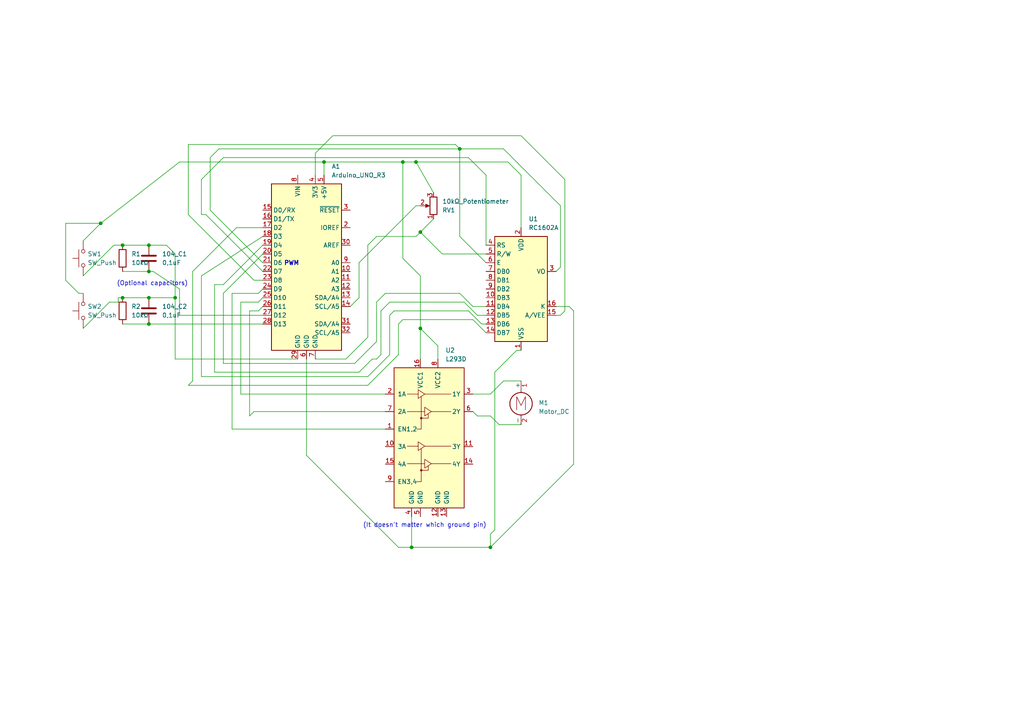
<source format=kicad_sch>
(kicad_sch (version 20231120) (generator "eeschema") (generator_version "8.0")
  (paper "A4")
  (lib_symbols
    (symbol "Device:C" (pin_numbers hide) (pin_names (offset 0.254))
      (property "Reference" "C" (at 0.635 2.54 0))
      (property "Value" "C" (at 0.635 -2.54 0))
      (symbol "C_0_1"
        (polyline (pts (xy -2.032 -0.762) (xy 2.032 -0.762)) (stroke (width 0.508)))
        (polyline (pts (xy -2.032 0.762) (xy 2.032 0.762)) (stroke (width 0.508)))
      )
      (symbol "C_1_1"
        (pin passive line (at 0 3.81 270) (length 2.794) (name "~") (number "1"))
        (pin passive line (at 0 -3.81 90) (length 2.794) (name "~") (number "2"))
      )
    )
    (symbol "Device:R" (pin_numbers hide) (pin_names (offset 0))
      (property "Reference" "R" (at 2.032 0 90))
      (property "Value" "R" (at 0 0 90))
      (symbol "R_0_1"
        (rectangle (start -1.016 -2.54) (end 1.016 2.54) (stroke (width 0.254)))
      )
      (symbol "R_1_1"
        (pin passive line (at 0 3.81 270) (length 1.27) (name "~") (number "1"))
        (pin passive line (at 0 -3.81 90) (length 1.27) (name "~") (number "2"))
      )
    )
    (symbol "Device:R_Potentiometer" (pin_names (offset 1.016) hide)
      (property "Reference" "RV" (at -4.445 0 90))
      (property "Value" "R_Potentiometer" (at -2.54 0 90))
      (symbol "R_Potentiometer_0_1"
        (polyline (pts (xy 2.54 0) (xy 1.524 0)))
        (polyline (pts (xy 1.143 0) (xy 2.286 0.508) (xy 2.286 -0.508) (xy 1.143 0)) (fill (type outline)))
        (rectangle (start 1.016 2.54) (end -1.016 -2.54) (stroke (width 0.254)))
      )
      (symbol "R_Potentiometer_1_1"
        (pin passive line (at 0 3.81 270) (length 1.27) (name "1") (number "1"))
        (pin passive line (at 3.81 0 180) (length 1.27) (name "2") (number "2"))
        (pin passive line (at 0 -3.81 90) (length 1.27) (name "3") (number "3"))
      )
    )
    (symbol "Display_Character:RC1602A"
      (property "Reference" "U" (at -6.35 16.51 0))
      (property "Value" "RC1602A" (at 2.794 16.51 0))
      (symbol "RC1602A_0_1"
        (rectangle (start -7.62 15.24) (end 7.62 -15.24) (stroke (width 0.254)) (fill (type background)))
      )
      (symbol "RC1602A_1_1"
        (pin power_in line (at 0 -17.78 90) (length 2.54) (name "VSS") (number "1"))
        (pin bidirectional line (at -10.16 -2.54 0) (length 2.54) (name "DB3") (number "10"))
        (pin bidirectional line (at -10.16 -5.08 0) (length 2.54) (name "DB4") (number "11"))
        (pin bidirectional line (at -10.16 -7.62 0) (length 2.54) (name "DB5") (number "12"))
        (pin bidirectional line (at -10.16 -10.16 0) (length 2.54) (name "DB6") (number "13"))
        (pin bidirectional line (at -10.16 -12.7 0) (length 2.54) (name "DB7") (number "14"))
        (pin power_in line (at 10.16 -7.62 180) (length 2.54) (name "A/VEE") (number "15"))
        (pin power_in line (at 10.16 -5.08 180) (length 2.54) (name "K") (number "16"))
        (pin power_in line (at 0 17.78 270) (length 2.54) (name "VDD") (number "2"))
        (pin power_in line (at 10.16 5.08 180) (length 2.54) (name "VO") (number "3"))
        (pin input line (at -10.16 12.7 0) (length 2.54) (name "RS") (number "4"))
        (pin input line (at -10.16 10.16 0) (length 2.54) (name "R/W") (number "5"))
        (pin input line (at -10.16 7.62 0) (length 2.54) (name "E") (number "6"))
        (pin bidirectional line (at -10.16 5.08 0) (length 2.54) (name "DB0") (number "7"))
        (pin bidirectional line (at -10.16 2.54 0) (length 2.54) (name "DB1") (number "8"))
        (pin bidirectional line (at -10.16 0 0) (length 2.54) (name "DB2") (number "9"))
      )
    )
    (symbol "Driver_Motor:L293D" (pin_names (offset 1.016))
      (property "Reference" "U" (at -5.08 26.035 0))
      (property "Value" "L293D" (at -5.08 24.13 0))
      (symbol "L293D_0_1"
        (rectangle (start -10.16 22.86) (end 10.16 -17.78) (stroke (width 0.254)) (fill (type background)))
        (circle (center -2.286 -6.858) (radius 0.254) (fill (type outline)))
        (circle (center -2.286 8.255) (radius 0.254) (fill (type outline)))
        (polyline (pts (xy -6.35 -4.953) (xy -1.27 -4.953)))
        (polyline (pts (xy -6.35 0.127) (xy -3.175 0.127)))
        (polyline (pts (xy -6.35 10.16) (xy -1.27 10.16)))
        (polyline (pts (xy -6.35 15.24) (xy -3.175 15.24)))
        (polyline (pts (xy -1.27 0.127) (xy 6.35 0.127)))
        (polyline (pts (xy -1.27 15.24) (xy 6.35 15.24)))
        (polyline (pts (xy 0.635 -4.953) (xy 6.35 -4.953)))
        (polyline (pts (xy 0.635 10.16) (xy 6.35 10.16)))
        (polyline (pts (xy -2.286 -6.858) (xy -0.254 -6.858) (xy -0.254 -5.588)))
        (polyline (pts (xy -2.286 -0.635) (xy -2.286 -10.16) (xy -3.556 -10.16)))
        (polyline (pts (xy -2.286 8.255) (xy -0.254 8.255) (xy -0.254 9.525)))
        (polyline (pts (xy -2.286 14.478) (xy -2.286 5.08) (xy -3.556 5.08)))
        (polyline (pts (xy -3.175 1.397) (xy -3.175 -1.143) (xy -1.27 0.127) (xy -3.175 1.397)))
        (polyline (pts (xy -3.175 16.51) (xy -3.175 13.97) (xy -1.27 15.24) (xy -3.175 16.51)))
        (polyline (pts (xy -1.27 -3.683) (xy -1.27 -6.223) (xy 0.635 -4.953) (xy -1.27 -3.683)))
        (polyline (pts (xy -1.27 11.43) (xy -1.27 8.89) (xy 0.635 10.16) (xy -1.27 11.43)))
      )
      (symbol "L293D_1_1"
        (pin input line (at -12.7 5.08 0) (length 2.54) (name "EN1,2") (number "1"))
        (pin input line (at -12.7 0 0) (length 2.54) (name "3A") (number "10"))
        (pin output line (at 12.7 0 180) (length 2.54) (name "3Y") (number "11"))
        (pin power_in line (at 2.54 -20.32 90) (length 2.54) (name "GND") (number "12"))
        (pin power_in line (at 5.08 -20.32 90) (length 2.54) (name "GND") (number "13"))
        (pin output line (at 12.7 -5.08 180) (length 2.54) (name "4Y") (number "14"))
        (pin input line (at -12.7 -5.08 0) (length 2.54) (name "4A") (number "15"))
        (pin power_in line (at -2.54 25.4 270) (length 2.54) (name "VCC1") (number "16"))
        (pin input line (at -12.7 15.24 0) (length 2.54) (name "1A") (number "2"))
        (pin output line (at 12.7 15.24 180) (length 2.54) (name "1Y") (number "3"))
        (pin power_in line (at -5.08 -20.32 90) (length 2.54) (name "GND") (number "4"))
        (pin power_in line (at -2.54 -20.32 90) (length 2.54) (name "GND") (number "5"))
        (pin output line (at 12.7 10.16 180) (length 2.54) (name "2Y") (number "6"))
        (pin input line (at -12.7 10.16 0) (length 2.54) (name "2A") (number "7"))
        (pin power_in line (at 2.54 25.4 270) (length 2.54) (name "VCC2") (number "8"))
        (pin input line (at -12.7 -10.16 0) (length 2.54) (name "EN3,4") (number "9"))
      )
    )
    (symbol "MCU_Module:Arduino_UNO_R3"
      (property "Reference" "A" (at -10.16 23.495 0))
      (property "Value" "Arduino_UNO_R3" (at 5.08 -26.67 0))
      (symbol "Arduino_UNO_R3_0_1"
        (rectangle (start -10.16 22.86) (end 10.16 -25.4) (stroke (width 0.254)) (fill (type background)))
      )
      (symbol "Arduino_UNO_R3_1_1"
        (pin no_connect line (at -10.16 -20.32 0) (length 2.54) hide (name "NC") (number "1"))
        (pin bidirectional line (at 12.7 -2.54 180) (length 2.54) (name "A1") (number "10"))
        (pin bidirectional line (at 12.7 -5.08 180) (length 2.54) (name "A2") (number "11"))
        (pin bidirectional line (at 12.7 -7.62 180) (length 2.54) (name "A3") (number "12"))
        (pin bidirectional line (at 12.7 -10.16 180) (length 2.54) (name "SDA/A4") (number "13"))
        (pin bidirectional line (at 12.7 -12.7 180) (length 2.54) (name "SCL/A5") (number "14"))
        (pin bidirectional line (at -12.7 15.24 0) (length 2.54) (name "D0/RX") (number "15"))
        (pin bidirectional line (at -12.7 12.7 0) (length 2.54) (name "D1/TX") (number "16"))
        (pin bidirectional line (at -12.7 10.16 0) (length 2.54) (name "D2") (number "17"))
        (pin bidirectional line (at -12.7 7.62 0) (length 2.54) (name "D3") (number "18"))
        (pin bidirectional line (at -12.7 5.08 0) (length 2.54) (name "D4") (number "19"))
        (pin output line (at 12.7 10.16 180) (length 2.54) (name "IOREF") (number "2"))
        (pin bidirectional line (at -12.7 2.54 0) (length 2.54) (name "D5") (number "20"))
        (pin bidirectional line (at -12.7 0 0) (length 2.54) (name "D6") (number "21"))
        (pin bidirectional line (at -12.7 -2.54 0) (length 2.54) (name "D7") (number "22"))
        (pin bidirectional line (at -12.7 -5.08 0) (length 2.54) (name "D8") (number "23"))
        (pin bidirectional line (at -12.7 -7.62 0) (length 2.54) (name "D9") (number "24"))
        (pin bidirectional line (at -12.7 -10.16 0) (length 2.54) (name "D10") (number "25"))
        (pin bidirectional line (at -12.7 -12.7 0) (length 2.54) (name "D11") (number "26"))
        (pin bidirectional line (at -12.7 -15.24 0) (length 2.54) (name "D12") (number "27"))
        (pin bidirectional line (at -12.7 -17.78 0) (length 2.54) (name "D13") (number "28"))
        (pin power_in line (at -2.54 -27.94 90) (length 2.54) (name "GND") (number "29"))
        (pin input line (at 12.7 15.24 180) (length 2.54) (name "~{RESET}") (number "3"))
        (pin input line (at 12.7 5.08 180) (length 2.54) (name "AREF") (number "30"))
        (pin bidirectional line (at 12.7 -17.78 180) (length 2.54) (name "SDA/A4") (number "31"))
        (pin bidirectional line (at 12.7 -20.32 180) (length 2.54) (name "SCL/A5") (number "32"))
        (pin power_out line (at 2.54 25.4 270) (length 2.54) (name "3V3") (number "4"))
        (pin power_out line (at 5.08 25.4 270) (length 2.54) (name "+5V") (number "5"))
        (pin power_in line (at 0 -27.94 90) (length 2.54) (name "GND") (number "6"))
        (pin power_in line (at 2.54 -27.94 90) (length 2.54) (name "GND") (number "7"))
        (pin power_in line (at -2.54 25.4 270) (length 2.54) (name "VIN") (number "8"))
        (pin bidirectional line (at 12.7 0 180) (length 2.54) (name "A0") (number "9"))
      )
    )
    (symbol "Motor:Motor_DC" (pin_names (offset 0))
      (property "Reference" "M" (at 2.54 2.54 0))
      (property "Value" "Motor_DC" (at 2.54 -5.08 0))
      (symbol "Motor_DC_0_0"
        (polyline (pts (xy -1.27 -3.302) (xy -1.27 0.508) (xy 0 -2.032) (xy 1.27 0.508) (xy 1.27 -3.302)))
      )
      (symbol "Motor_DC_0_1"
        (circle (center 0 -1.524) (radius 3.2512) (stroke (width 0.254)))
        (polyline (pts (xy 0 -7.62) (xy 0 -7.112)))
        (polyline (pts (xy 0 -4.7752) (xy 0 -5.1816)))
        (polyline (pts (xy 0 1.7272) (xy 0 2.0828)))
        (polyline (pts (xy 0 2.032) (xy 0 2.54)))
      )
      (symbol "Motor_DC_1_1"
        (pin passive line (at 0 5.08 270) (length 2.54) (name "+") (number "1"))
        (pin passive line (at 0 -7.62 90) (length 2.54) (name "-") (number "2"))
      )
    )
    (symbol "Switch:SW_Push" (pin_numbers hide) (pin_names (offset 1.016) hide)
      (property "Reference" "SW" (at 1.27 2.54 0))
      (property "Value" "SW_Push" (at 0 -1.524 0))
      (symbol "SW_Push_0_1"
        (circle (center -2.032 0) (radius 0.508))
        (polyline (pts (xy 0 1.27) (xy 0 3.048)))
        (polyline (pts (xy 2.54 1.27) (xy -2.54 1.27)))
        (circle (center 2.032 0) (radius 0.508))
        (pin passive line (at -5.08 0 0) (length 2.54) (name "1") (number "1"))
        (pin passive line (at 5.08 0 180) (length 2.54) (name "2") (number "2"))
      )
    )
  )
  (junction (at 121.92 95.25))
  (junction (at 29.21 64.77))
  (junction (at 142.24 158.75))
  (junction (at 133.35 43.18))
  (junction (at 43.18 93.98))
  (junction (at 116.84 46.99))
  (junction (at 43.18 86.36))
  (junction (at 35.56 71.12))
  (junction (at 119.38 158.75))
  (junction (at 120.65 46.99))
  (junction (at 35.56 86.36))
  (junction (at 121.92 67.31))
  (junction (at 43.18 71.12))
  (junction (at 50.8 86.36))
  (junction (at 43.18 78.74))
  (junction (at 93.98 46.99))
  (wire (pts (xy 133.35 43.18) (xy 146.05 43.18)))
  (wire (pts (xy 31.75 87.63) (xy 34.29 87.63)))
  (wire (pts (xy 19.05 64.77) (xy 29.21 64.77)))
  (wire (pts (xy 144.78 123.19) (xy 142.24 120.65)))
  (wire (pts (xy 138.43 120.65) (xy 137.16 119.38)))
  (wire (pts (xy 120.65 59.69) (xy 104.14 76.2)))
  (wire (pts (xy 142.24 154.94) (xy 142.24 158.75)))
  (wire (pts (xy 133.35 43.18) (xy 133.35 68.58)))
  (wire (pts (xy 104.14 86.36) (xy 101.6 88.9)))
  (wire (pts (xy 67.31 85.09) (xy 67.31 124.46)))
  (wire (pts (xy 109.22 104.14) (xy 107.95 104.14)))
  (wire (pts (xy 58.42 109.22) (xy 106.68 109.22)))
  (wire (pts (xy 139.7 93.98) (xy 135.89 90.17)))
  (wire (pts (xy 116.84 46.99) (xy 116.84 74.93)))
  (wire (pts (xy 106.68 111.76) (xy 115.57 102.87)))
  (wire (pts (xy 43.18 93.98) (xy 76.2 93.98)))
  (wire (pts (xy 62.23 82.55) (xy 62.23 107.95)))
  (wire (pts (xy 93.98 46.99) (xy 116.84 46.99)))
  (wire (pts (xy 120.65 68.58) (xy 121.92 67.31)))
  (wire (pts (xy 64.77 85.09) (xy 76.2 73.66)))
  (wire (pts (xy 58.42 80.01) (xy 76.2 68.58)))
  (wire (pts (xy 109.22 99.06) (xy 102.87 105.41)))
  (wire (pts (xy 133.35 68.58) (xy 140.97 76.2)))
  (wire (pts (xy 163.83 52.07) (xy 151.13 39.37)))
  (wire (pts (xy 120.65 46.99) (xy 147.32 46.99)))
  (wire (pts (xy 52.07 46.99) (xy 29.21 64.77)))
  (wire (pts (xy 76.2 76.2) (xy 60.96 60.96)))
  (wire (pts (xy 109.22 87.63) (xy 109.22 99.06)))
  (wire (pts (xy 74.93 90.17) (xy 76.2 88.9)))
  (wire (pts (xy 52.07 91.44) (xy 76.2 91.44)))
  (wire (pts (xy 121.92 104.14) (xy 121.92 95.25)))
  (wire (pts (xy 68.58 66.04) (xy 55.88 78.74)))
  (wire (pts (xy 104.14 76.2) (xy 104.14 86.36)))
  (wire (pts (xy 106.68 97.79) (xy 106.68 71.12)))
  (wire (pts (xy 74.93 85.09) (xy 76.2 83.82)))
  (wire (pts (xy 43.18 71.12) (xy 48.26 71.12)))
  (wire (pts (xy 161.29 88.9) (xy 165.1 88.9)))
  (wire (pts (xy 111.76 85.09) (xy 109.22 87.63)))
  (wire (pts (xy 146.05 43.18) (xy 162.56 59.69)))
  (wire (pts (xy 48.26 71.12) (xy 50.8 73.66)))
  (wire (pts (xy 135.89 90.17) (xy 114.3 90.17)))
  (wire (pts (xy 116.84 46.99) (xy 120.65 46.99)))
  (wire (pts (xy 128.27 73.66) (xy 121.92 67.31)))
  (wire (pts (xy 109.22 68.58) (xy 120.65 68.58)))
  (wire (pts (xy 64.77 105.41) (xy 102.87 105.41)))
  (wire (pts (xy 133.35 85.09) (xy 111.76 85.09)))
  (wire (pts (xy 88.9 104.14) (xy 88.9 132.08)))
  (wire (pts (xy 113.03 102.87) (xy 106.68 109.22)))
  (wire (pts (xy 111.76 119.38) (xy 73.66 119.38)))
  (wire (pts (xy 54.61 41.91) (xy 132.08 41.91)))
  (wire (pts (xy 151.13 39.37) (xy 96.52 39.37)))
  (wire (pts (xy 161.29 91.44) (xy 162.56 91.44)))
  (wire (pts (xy 35.56 93.98) (xy 43.18 93.98)))
  (wire (pts (xy 142.24 120.65) (xy 138.43 120.65)))
  (wire (pts (xy 62.23 82.55) (xy 64.77 82.55)))
  (wire (pts (xy 60.96 45.72) (xy 63.5 43.18)))
  (wire (pts (xy 54.61 111.76) (xy 106.68 111.76)))
  (wire (pts (xy 88.9 132.08) (xy 115.57 158.75)))
  (wire (pts (xy 135.89 45.72) (xy 64.77 45.72)))
  (wire (pts (xy 91.44 44.45) (xy 91.44 50.8)))
  (wire (pts (xy 140.97 93.98) (xy 139.7 93.98)))
  (wire (pts (xy 55.88 78.74) (xy 55.88 110.49)))
  (wire (pts (xy 50.8 73.66) (xy 50.8 86.36)))
  (wire (pts (xy 72.39 90.17) (xy 74.93 90.17)))
  (wire (pts (xy 143.51 107.95) (xy 143.51 153.67)))
  (wire (pts (xy 119.38 149.86) (xy 119.38 158.75)))
  (wire (pts (xy 113.03 91.44) (xy 113.03 102.87)))
  (wire (pts (xy 35.56 78.74) (xy 43.18 78.74)))
  (wire (pts (xy 58.42 52.07) (xy 58.42 62.23)))
  (wire (pts (xy 106.68 71.12) (xy 109.22 68.58)))
  (wire (pts (xy 22.86 85.09) (xy 19.05 81.28)))
  (wire (pts (xy 63.5 43.18) (xy 133.35 43.18)))
  (wire (pts (xy 146.05 110.49) (xy 151.13 110.49)))
  (wire (pts (xy 50.8 86.36) (xy 50.8 104.14)))
  (wire (pts (xy 151.13 101.6) (xy 149.86 101.6)))
  (wire (pts (xy 34.29 86.36) (xy 35.56 86.36)))
  (wire (pts (xy 121.92 59.69) (xy 120.65 59.69)))
  (wire (pts (xy 43.18 78.74) (xy 44.45 78.74)))
  (wire (pts (xy 58.42 109.22) (xy 58.42 80.01)))
  (wire (pts (xy 115.57 93.98) (xy 116.84 92.71)))
  (wire (pts (xy 115.57 158.75) (xy 119.38 158.75)))
  (wire (pts (xy 166.37 134.62) (xy 142.24 158.75)))
  (wire (pts (xy 73.66 119.38) (xy 72.39 120.65)))
  (wire (pts (xy 96.52 39.37) (xy 91.44 44.45)))
  (wire (pts (xy 120.65 46.99) (xy 125.73 55.88)))
  (wire (pts (xy 151.13 66.04) (xy 151.13 50.8)))
  (wire (pts (xy 137.16 114.3) (xy 142.24 114.3)))
  (wire (pts (xy 110.49 90.17) (xy 110.49 102.87)))
  (wire (pts (xy 140.97 71.12) (xy 140.97 50.8)))
  (wire (pts (xy 55.88 110.49) (xy 54.61 111.76)))
  (wire (pts (xy 162.56 59.69) (xy 162.56 77.47)))
  (wire (pts (xy 59.69 62.23) (xy 76.2 78.74)))
  (wire (pts (xy 132.08 41.91) (xy 133.35 43.18)))
  (wire (pts (xy 151.13 50.8) (xy 147.32 46.99)))
  (wire (pts (xy 127 100.33) (xy 121.92 95.25)))
  (wire (pts (xy 50.8 104.14) (xy 86.36 104.14)))
  (wire (pts (xy 43.18 86.36) (xy 50.8 86.36)))
  (wire (pts (xy 73.66 81.28) (xy 54.61 62.23)))
  (wire (pts (xy 143.51 153.67) (xy 142.24 154.94)))
  (wire (pts (xy 52.07 83.82) (xy 52.07 91.44)))
  (wire (pts (xy 165.1 88.9) (xy 166.37 90.17)))
  (wire (pts (xy 44.45 78.74) (xy 52.07 83.82)))
  (wire (pts (xy 121.92 95.25) (xy 121.92 80.01)))
  (wire (pts (xy 74.93 87.63) (xy 76.2 86.36)))
  (wire (pts (xy 151.13 123.19) (xy 144.78 123.19)))
  (wire (pts (xy 113.03 87.63) (xy 110.49 90.17)))
  (wire (pts (xy 138.43 91.44) (xy 134.62 87.63)))
  (wire (pts (xy 64.77 85.09) (xy 64.77 105.41)))
  (wire (pts (xy 140.97 73.66) (xy 128.27 73.66)))
  (wire (pts (xy 166.37 90.17) (xy 166.37 134.62)))
  (wire (pts (xy 67.31 85.09) (xy 74.93 85.09)))
  (wire (pts (xy 64.77 45.72) (xy 58.42 52.07)))
  (wire (pts (xy 64.77 82.55) (xy 76.2 71.12)))
  (wire (pts (xy 121.92 80.01) (xy 116.84 74.93)))
  (wire (pts (xy 24.13 85.09) (xy 22.86 85.09)))
  (wire (pts (xy 93.98 46.99) (xy 93.98 50.8)))
  (wire (pts (xy 100.33 104.14) (xy 106.68 97.79)))
  (wire (pts (xy 52.07 46.99) (xy 93.98 46.99)))
  (wire (pts (xy 162.56 77.47) (xy 161.29 78.74)))
  (wire (pts (xy 35.56 86.36) (xy 43.18 86.36)))
  (wire (pts (xy 24.13 80.01) (xy 33.02 71.12)))
  (wire (pts (xy 142.24 114.3) (xy 146.05 110.49)))
  (wire (pts (xy 33.02 71.12) (xy 35.56 71.12)))
  (wire (pts (xy 29.21 64.77) (xy 24.13 69.85)))
  (wire (pts (xy 137.16 92.71) (xy 140.97 96.52)))
  (wire (pts (xy 72.39 90.17) (xy 72.39 120.65)))
  (wire (pts (xy 24.13 95.25) (xy 31.75 87.63)))
  (wire (pts (xy 76.2 81.28) (xy 73.66 81.28)))
  (wire (pts (xy 116.84 92.71) (xy 137.16 92.71)))
  (wire (pts (xy 162.56 91.44) (xy 163.83 90.17)))
  (wire (pts (xy 149.86 101.6) (xy 143.51 107.95)))
  (wire (pts (xy 140.97 91.44) (xy 138.43 91.44)))
  (wire (pts (xy 134.62 87.63) (xy 113.03 87.63)))
  (wire (pts (xy 69.85 87.63) (xy 74.93 87.63)))
  (wire (pts (xy 140.97 88.9) (xy 137.16 88.9)))
  (wire (pts (xy 107.95 104.14) (xy 104.14 107.95)))
  (wire (pts (xy 110.49 102.87) (xy 109.22 104.14)))
  (wire (pts (xy 121.92 67.31) (xy 125.73 63.5)))
  (wire (pts (xy 76.2 66.04) (xy 68.58 66.04)))
  (wire (pts (xy 67.31 124.46) (xy 111.76 124.46)))
  (wire (pts (xy 54.61 41.91) (xy 54.61 62.23)))
  (wire (pts (xy 60.96 60.96) (xy 60.96 45.72)))
  (wire (pts (xy 69.85 114.3) (xy 111.76 114.3)))
  (wire (pts (xy 114.3 90.17) (xy 113.03 91.44)))
  (wire (pts (xy 62.23 107.95) (xy 104.14 107.95)))
  (wire (pts (xy 91.44 104.14) (xy 100.33 104.14)))
  (wire (pts (xy 137.16 88.9) (xy 133.35 85.09)))
  (wire (pts (xy 69.85 87.63) (xy 69.85 114.3)))
  (wire (pts (xy 115.57 102.87) (xy 115.57 93.98)))
  (wire (pts (xy 35.56 71.12) (xy 43.18 71.12)))
  (wire (pts (xy 140.97 50.8) (xy 135.89 45.72)))
  (wire (pts (xy 127 104.14) (xy 127 100.33)))
  (wire (pts (xy 58.42 62.23) (xy 59.69 62.23)))
  (wire (pts (xy 163.83 90.17) (xy 163.83 52.07)))
  (wire (pts (xy 34.29 87.63) (xy 34.29 86.36)))
  (wire (pts (xy 19.05 64.77) (xy 19.05 81.28)))
  (wire (pts (xy 119.38 158.75) (xy 142.24 158.75)))
  (text "(It doesn't matter which ground pin)" (at 123.19 152.4 0) (effects (font (size 1.27 1.27))))
  (text "~" (at 83.058 76.454 0) (effects (font (size 1.27 1.27) (thickness 0.254) (bold yes))))
  (text "PWM" (at 84.582 76.454 0) (effects (font (size 1.27 1.27) (thickness 0.254) (bold yes))))
  (text "(Optional capacitors)" (at 44.196 82.296 0) (effects (font (size 1.27 1.27))))
  (text "~" (at 83.058 76.454 0) (effects (font (size 1.27 1.27) (thickness 0.254) (bold yes))))
  (symbol (lib_id "Device:C") (at 43.18 74.93 0) (unit 1)
    (property "Reference" "104_C1" (at 46.99 73.6599 0) (effects (justify left)))
    (property "Value" "0,1uF" (at 46.99 76.1999 0) (effects (justify left)))
    (property "Description" "Unpolarized capacitor" (effects (hide yes)))
  )
  (symbol (lib_id "Display_Character:RC1602A") (at 151.13 83.82 0) (unit 1)
    (property "Reference" "U1" (at 153.3241 63.5 0) (effects (justify left)))
    (property "Value" "RC1602A" (at 153.3241 66.04 0) (effects (justify left)))
    (property "Footprint" "Display:RC1602A" (effects (hide yes)))
    (property "Datasheet" "http://www.raystar-optronics.com/down.php?ProID=18" (effects (hide yes)))
    (property "Description" "LCD 16x2 Alphanumeric gray backlight, 3 or 5V VDD" (effects (hide yes)))
  )
  (symbol (lib_id "Motor:Motor_DC") (at 151.13 115.57 0) (unit 1)
    (property "Reference" "M1" (at 156.21 116.8399 0) (effects (justify left)))
    (property "Value" "Motor_DC" (at 156.21 119.3799 0) (effects (justify left)))
    (property "Description" "DC Motor" (effects (hide yes)))
  )
  (symbol (lib_id "MCU_Module:Arduino_UNO_R3") (at 88.9 76.2 0) (unit 1)
    (property "Reference" "A1" (at 96.1741 48.26 0) (effects (justify left)))
    (property "Value" "Arduino_UNO_R3" (at 96.1741 50.8 0) (effects (justify left)))
    (property "Footprint" "Module:Arduino_UNO_R3" (effects (hide yes)))
    (property "Datasheet" "https://www.arduino.cc/en/Main/arduinoBoardUno" (effects (hide yes)))
    (property "Description" "Arduino UNO Microcontroller Module, release 3" (effects (hide yes)))
  )
  (symbol (lib_id "Device:R") (at 35.56 74.93 0) (unit 1)
    (property "Reference" "R1" (at 38.1 73.6599 0) (effects (justify left)))
    (property "Value" "10kΩ" (at 38.1 76.1999 0) (effects (justify left)))
    (property "Description" "Resistor" (effects (hide yes)))
  )
  (symbol (lib_id "Device:R") (at 35.56 90.17 0) (unit 1)
    (property "Reference" "R2" (at 38.1 88.8999 0) (effects (justify left)))
    (property "Value" "10kΩ" (at 38.1 91.4399 0) (effects (justify left)))
    (property "Description" "Resistor" (effects (hide yes)))
  )
  (symbol (lib_id "Switch:SW_Push") (at 24.13 74.93 90) (unit 1)
    (property "Reference" "SW1" (at 25.4 73.6599 90) (effects (justify right)))
    (property "Value" "SW_Push" (at 25.4 76.1999 90) (effects (justify right)))
    (property "Description" "Push button switch, generic, two pins" (effects (hide yes)))
  )
  (symbol (lib_id "Device:C") (at 43.18 90.17 0) (unit 1)
    (property "Reference" "104_C2" (at 46.99 88.8999 0) (effects (justify left)))
    (property "Value" "0,1uF" (at 46.99 91.4399 0) (effects (justify left)))
    (property "Description" "Unpolarized capacitor" (effects (hide yes)))
  )
  (symbol (lib_id "Switch:SW_Push") (at 24.13 90.17 90) (unit 1)
    (property "Reference" "SW2" (at 25.4 88.8999 90) (effects (justify right)))
    (property "Value" "SW_Push" (at 25.4 91.4399 90) (effects (justify right)))
    (property "Description" "Push button switch, generic, two pins" (effects (hide yes)))
  )
  (symbol (lib_id "Driver_Motor:L293D") (at 124.46 129.54 0) (unit 1)
    (property "Reference" "U2" (at 129.1941 101.6 0) (effects (justify left)))
    (property "Value" "L293D" (at 129.1941 104.14 0) (effects (justify left)))
    (property "Footprint" "Package_DIP:DIP-16_W7.62mm" (effects (hide yes)))
    (property "Datasheet" "http://www.ti.com/lit/ds/symlink/l293.pdf" (effects (hide yes)))
    (property "Description" "Quadruple Half-H Drivers" (effects (hide yes)))
  )
  (symbol (lib_id "Device:R_Potentiometer") (at 125.73 59.69 180) (unit 1)
    (property "Reference" "RV1" (at 128.27 60.9601 0) (effects (justify right)))
    (property "Value" "10kΩ_Potentiometer" (at 128.27 58.4201 0) (effects (justify right)))
    (property "Description" "Potentiometer" (effects (hide yes)))
  )
)
</source>
